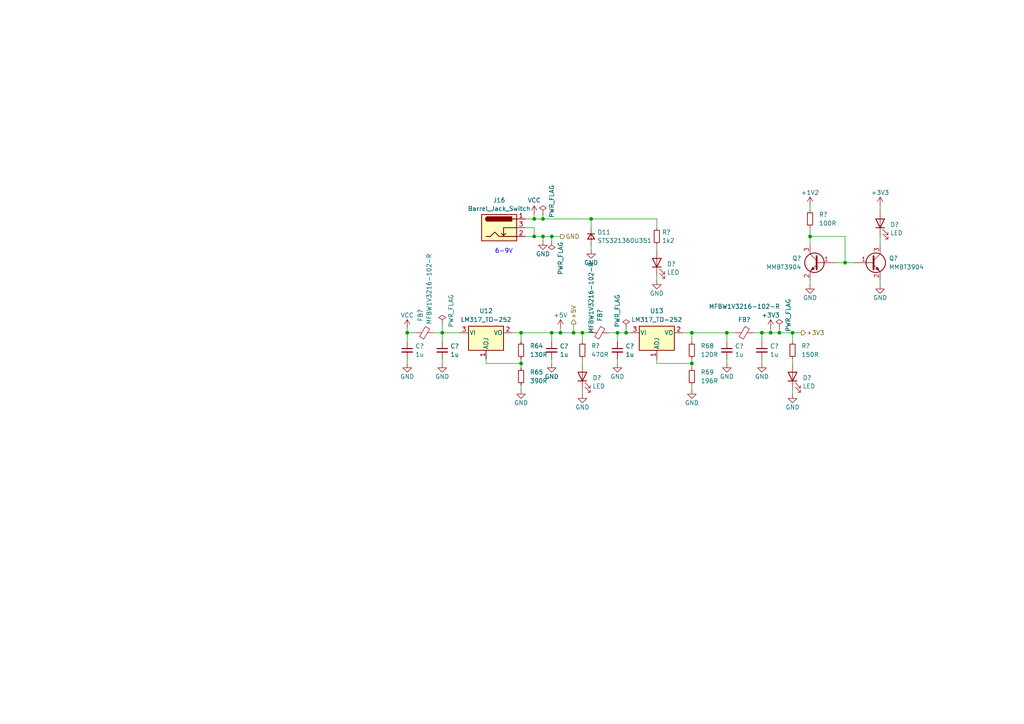
<source format=kicad_sch>
(kicad_sch (version 20230121) (generator eeschema)
  (paper "A4")
  (lib_symbols
    (symbol "Connector:Barrel_Jack_Switch" (pin_names hide)
      (property "Reference" "J" (at 0 5.334 0))
      (property "Value" "Barrel_Jack_Switch" (at 0 -5.08 0))
      (symbol "Barrel_Jack_Switch_0_1"
        (rectangle (start -5.08 3.81) (end 5.08 -3.81) (stroke (width 0.254)) (fill (type background)))
        (arc (start -3.302 3.175) (mid -3.9343 2.54) (end -3.302 1.905) (stroke (width 0.254)))
        (arc (start -3.302 3.175) (mid -3.9343 2.54) (end -3.302 1.905) (stroke (width 0.254)) (fill (type outline)))
        (polyline (pts (xy 1.27 -2.286) (xy 1.905 -1.651)) (stroke (width 0.254)))
        (polyline (pts (xy 5.08 2.54) (xy 3.81 2.54)) (stroke (width 0.254)))
        (polyline (pts (xy 5.08 0) (xy 1.27 0) (xy 1.27 -2.286) (xy 0.635 -1.651)) (stroke (width 0.254)))
        (polyline (pts (xy -3.81 -2.54) (xy -2.54 -2.54) (xy -1.27 -1.27) (xy 0 -2.54) (xy 2.54 -2.54) (xy 5.08 -2.54)) (stroke (width 0.254)))
        (rectangle (start 3.683 3.175) (end -3.302 1.905) (stroke (width 0.254)) (fill (type outline)))
      )
      (symbol "Barrel_Jack_Switch_1_1"
        (pin passive line (at 7.62 2.54 180) (length 2.54) (name "~") (number "1"))
        (pin passive line (at 7.62 -2.54 180) (length 2.54) (name "~") (number "2"))
        (pin passive line (at 7.62 0 180) (length 2.54) (name "~") (number "3"))
      )
    )
    (symbol "Device:C_Small" (pin_numbers hide) (pin_names (offset 0.254) hide)
      (property "Reference" "C" (at 0.254 1.778 0))
      (property "Value" "C_Small" (at 0.254 -2.032 0))
      (symbol "C_Small_0_1"
        (polyline (pts (xy -1.524 -0.508) (xy 1.524 -0.508)) (stroke (width 0.3302)))
        (polyline (pts (xy -1.524 0.508) (xy 1.524 0.508)) (stroke (width 0.3048)))
      )
      (symbol "C_Small_1_1"
        (pin passive line (at 0 2.54 270) (length 2.032) (name "~") (number "1"))
        (pin passive line (at 0 -2.54 90) (length 2.032) (name "~") (number "2"))
      )
    )
    (symbol "Device:D_Small" (pin_numbers hide) (pin_names (offset 0.254) hide)
      (property "Reference" "D" (at -1.27 2.032 0))
      (property "Value" "D_Small" (at -3.81 -2.032 0))
      (symbol "D_Small_0_1"
        (polyline (pts (xy -0.762 -1.016) (xy -0.762 1.016)) (stroke (width 0.254)))
        (polyline (pts (xy -0.762 0) (xy 0.762 0)))
        (polyline (pts (xy 0.762 -1.016) (xy -0.762 0) (xy 0.762 1.016) (xy 0.762 -1.016)) (stroke (width 0.254)))
      )
      (symbol "D_Small_1_1"
        (pin passive line (at -2.54 0 0) (length 1.778) (name "K") (number "1"))
        (pin passive line (at 2.54 0 180) (length 1.778) (name "A") (number "2"))
      )
    )
    (symbol "Device:FerriteBead_Small" (pin_numbers hide) (pin_names (offset 0))
      (property "Reference" "FB" (at 1.905 1.27 0))
      (property "Value" "FerriteBead_Small" (at 1.905 -1.27 0))
      (symbol "FerriteBead_Small_0_1"
        (polyline (pts (xy 0 -1.27) (xy 0 -0.7874)))
        (polyline (pts (xy 0 0.889) (xy 0 1.2954)))
        (polyline (pts (xy -1.8288 0.2794) (xy -1.1176 1.4986) (xy 1.8288 -0.2032) (xy 1.1176 -1.4224) (xy -1.8288 0.2794)))
      )
      (symbol "FerriteBead_Small_1_1"
        (pin passive line (at 0 2.54 270) (length 1.27) (name "~") (number "1"))
        (pin passive line (at 0 -2.54 90) (length 1.27) (name "~") (number "2"))
      )
    )
    (symbol "Device:LED" (pin_numbers hide) (pin_names (offset 1.016) hide)
      (property "Reference" "D" (at 0 2.54 0))
      (property "Value" "LED" (at 0 -2.54 0))
      (symbol "LED_0_1"
        (polyline (pts (xy -1.27 -1.27) (xy -1.27 1.27)) (stroke (width 0.254)))
        (polyline (pts (xy -1.27 0) (xy 1.27 0)))
        (polyline (pts (xy 1.27 -1.27) (xy 1.27 1.27) (xy -1.27 0) (xy 1.27 -1.27)) (stroke (width 0.254)))
        (polyline (pts (xy -3.048 -0.762) (xy -4.572 -2.286) (xy -3.81 -2.286) (xy -4.572 -2.286) (xy -4.572 -1.524)))
        (polyline (pts (xy -1.778 -0.762) (xy -3.302 -2.286) (xy -2.54 -2.286) (xy -3.302 -2.286) (xy -3.302 -1.524)))
      )
      (symbol "LED_1_1"
        (pin passive line (at -3.81 0 0) (length 2.54) (name "K") (number "1"))
        (pin passive line (at 3.81 0 180) (length 2.54) (name "A") (number "2"))
      )
    )
    (symbol "Device:R_Small" (pin_numbers hide) (pin_names (offset 0.254) hide)
      (property "Reference" "R" (at 0.762 0.508 0))
      (property "Value" "R_Small" (at 0.762 -1.016 0))
      (symbol "R_Small_0_1"
        (rectangle (start -0.762 1.778) (end 0.762 -1.778) (stroke (width 0.2032)))
      )
      (symbol "R_Small_1_1"
        (pin passive line (at 0 2.54 270) (length 0.762) (name "~") (number "1"))
        (pin passive line (at 0 -2.54 90) (length 0.762) (name "~") (number "2"))
      )
    )
    (symbol "Regulator_Linear:LM317_TO-252" (pin_names (offset 0.254))
      (property "Reference" "U" (at -3.81 3.175 0))
      (property "Value" "LM317_TO-252" (at 0 3.175 0))
      (symbol "LM317_TO-252_0_1"
        (rectangle (start -5.08 1.905) (end 5.08 -5.08) (stroke (width 0.254)) (fill (type background)))
      )
      (symbol "LM317_TO-252_1_1"
        (pin input line (at 0 -7.62 90) (length 2.54) (name "ADJ") (number "1"))
        (pin power_out line (at 7.62 0 180) (length 2.54) (name "VO") (number "2"))
        (pin power_in line (at -7.62 0 0) (length 2.54) (name "VI") (number "3"))
      )
    )
    (symbol "Transistor_BJT:MMBT3904" (pin_names (offset 0) hide)
      (property "Reference" "Q" (at 5.08 1.905 0))
      (property "Value" "MMBT3904" (at 5.08 0 0))
      (symbol "MMBT3904_0_1"
        (polyline (pts (xy 0.635 0.635) (xy 2.54 2.54)))
        (polyline (pts (xy 0.635 -0.635) (xy 2.54 -2.54) (xy 2.54 -2.54)))
        (polyline (pts (xy 0.635 1.905) (xy 0.635 -1.905) (xy 0.635 -1.905)) (stroke (width 0.508)))
        (polyline (pts (xy 1.27 -1.778) (xy 1.778 -1.27) (xy 2.286 -2.286) (xy 1.27 -1.778) (xy 1.27 -1.778)) (fill (type outline)))
        (circle (center 1.27 0) (radius 2.8194) (stroke (width 0.254)))
      )
      (symbol "MMBT3904_1_1"
        (pin input line (at -5.08 0 0) (length 5.715) (name "B") (number "1"))
        (pin passive line (at 2.54 -5.08 90) (length 2.54) (name "E") (number "2"))
        (pin passive line (at 2.54 5.08 270) (length 2.54) (name "C") (number "3"))
      )
    )
    (symbol "power:+1V2" (power) (pin_names (offset 0))
      (property "Value" "+1V2" (at 0 3.556 0))
      (symbol "+1V2_0_1"
        (polyline (pts (xy -0.762 1.27) (xy 0 2.54)))
        (polyline (pts (xy 0 0) (xy 0 2.54)))
        (polyline (pts (xy 0 2.54) (xy 0.762 1.27)))
      )
      (symbol "+1V2_1_1"
        (pin power_in line (at 0 0 90) (length 0) hide (name "+1V2") (number "1"))
      )
    )
    (symbol "power:+3V3" (power) (pin_names (offset 0))
      (property "Value" "+3V3" (at 0 3.556 0))
      (symbol "+3V3_0_1"
        (polyline (pts (xy -0.762 1.27) (xy 0 2.54)))
        (polyline (pts (xy 0 0) (xy 0 2.54)))
        (polyline (pts (xy 0 2.54) (xy 0.762 1.27)))
      )
      (symbol "+3V3_1_1"
        (pin power_in line (at 0 0 90) (length 0) hide (name "+3V3") (number "1"))
      )
    )
    (symbol "power:+5V" (power) (pin_names (offset 0))
      (property "Value" "+5V" (at 0 3.556 0))
      (symbol "+5V_0_1"
        (polyline (pts (xy -0.762 1.27) (xy 0 2.54)))
        (polyline (pts (xy 0 0) (xy 0 2.54)))
        (polyline (pts (xy 0 2.54) (xy 0.762 1.27)))
      )
      (symbol "+5V_1_1"
        (pin power_in line (at 0 0 90) (length 0) hide (name "+5V") (number "1"))
      )
    )
    (symbol "power:GND" (power) (pin_names (offset 0))
      (property "Value" "GND" (at 0 -3.81 0))
      (symbol "GND_0_1"
        (polyline (pts (xy 0 0) (xy 0 -1.27) (xy 1.27 -1.27) (xy 0 -2.54) (xy -1.27 -1.27) (xy 0 -1.27)))
      )
      (symbol "GND_1_1"
        (pin power_in line (at 0 0 270) (length 0) hide (name "GND") (number "1"))
      )
    )
    (symbol "power:PWR_FLAG" (power) (pin_numbers hide) (pin_names (offset 0) hide)
      (property "Value" "PWR_FLAG" (at 0 3.81 0))
      (symbol "PWR_FLAG_0_0"
        (pin power_out line (at 0 0 90) (length 0) (name "pwr") (number "1"))
      )
      (symbol "PWR_FLAG_0_1"
        (polyline (pts (xy 0 0) (xy 0 1.27) (xy -1.016 1.905) (xy 0 2.54) (xy 1.016 1.905) (xy 0 1.27)))
      )
    )
    (symbol "power:VCC" (power) (pin_names (offset 0))
      (property "Value" "VCC" (at 0 3.81 0))
      (symbol "VCC_0_1"
        (polyline (pts (xy -0.762 1.27) (xy 0 2.54)))
        (polyline (pts (xy 0 0) (xy 0 2.54)))
        (polyline (pts (xy 0 2.54) (xy 0.762 1.27)))
      )
      (symbol "VCC_1_1"
        (pin power_in line (at 0 0 90) (length 0) hide (name "VCC") (number "1"))
      )
    )
  )
  (junction (at 151.13 105.41))
  (junction (at 157.48 68.58))
  (junction (at 234.95 68.58))
  (junction (at 223.52 96.52))
  (junction (at 200.66 105.41))
  (junction (at 168.91 96.52))
  (junction (at 200.66 96.52))
  (junction (at 151.13 96.52))
  (junction (at 154.94 63.5))
  (junction (at 118.11 96.52))
  (junction (at 166.37 96.52))
  (junction (at 210.82 96.52))
  (junction (at 181.61 96.52))
  (junction (at 226.06 96.52))
  (junction (at 157.48 63.5))
  (junction (at 179.07 96.52))
  (junction (at 171.45 63.5))
  (junction (at 229.87 96.52))
  (junction (at 160.02 96.52))
  (junction (at 162.56 96.52))
  (junction (at 154.94 68.58))
  (junction (at 220.98 96.52))
  (junction (at 245.11 76.2))
  (junction (at 160.02 68.58))
  (junction (at 128.27 96.52))
  (wire (pts (xy 200.66 104.14) (xy 200.66 105.41)))
  (wire (pts (xy 162.56 95.25) (xy 162.56 96.52)))
  (wire (pts (xy 151.13 111.76) (xy 151.13 113.03)))
  (wire (pts (xy 200.66 111.76) (xy 200.66 113.03)))
  (wire (pts (xy 151.13 105.41) (xy 151.13 106.68)))
  (wire (pts (xy 140.97 105.41) (xy 151.13 105.41)))
  (wire (pts (xy 234.95 81.28) (xy 234.95 82.55)))
  (wire (pts (xy 198.12 96.52) (xy 200.66 96.52)))
  (wire (pts (xy 223.52 96.52) (xy 226.06 96.52)))
  (wire (pts (xy 151.13 104.14) (xy 151.13 105.41)))
  (wire (pts (xy 229.87 96.52) (xy 232.41 96.52)))
  (wire (pts (xy 181.61 95.25) (xy 181.61 96.52)))
  (wire (pts (xy 179.07 99.06) (xy 179.07 96.52)))
  (wire (pts (xy 151.13 99.06) (xy 151.13 96.52)))
  (wire (pts (xy 234.95 66.04) (xy 234.95 68.58)))
  (wire (pts (xy 140.97 105.41) (xy 140.97 104.14)))
  (wire (pts (xy 218.44 96.52) (xy 220.98 96.52)))
  (wire (pts (xy 157.48 68.58) (xy 157.48 69.85)))
  (wire (pts (xy 151.13 96.52) (xy 160.02 96.52)))
  (wire (pts (xy 154.94 63.5) (xy 154.94 62.23)))
  (wire (pts (xy 160.02 104.14) (xy 160.02 105.41)))
  (wire (pts (xy 171.45 63.5) (xy 190.5 63.5)))
  (wire (pts (xy 200.66 96.52) (xy 210.82 96.52)))
  (wire (pts (xy 179.07 96.52) (xy 181.61 96.52)))
  (wire (pts (xy 171.45 96.52) (xy 168.91 96.52)))
  (wire (pts (xy 160.02 96.52) (xy 160.02 99.06)))
  (wire (pts (xy 245.11 68.58) (xy 234.95 68.58)))
  (wire (pts (xy 226.06 96.52) (xy 229.87 96.52)))
  (wire (pts (xy 154.94 68.58) (xy 157.48 68.58)))
  (wire (pts (xy 200.66 99.06) (xy 200.66 96.52)))
  (wire (pts (xy 234.95 59.69) (xy 234.95 60.96)))
  (wire (pts (xy 210.82 104.14) (xy 210.82 105.41)))
  (wire (pts (xy 118.11 96.52) (xy 118.11 99.06)))
  (wire (pts (xy 154.94 63.5) (xy 157.48 63.5)))
  (wire (pts (xy 154.94 66.04) (xy 154.94 68.58)))
  (wire (pts (xy 168.91 96.52) (xy 166.37 96.52)))
  (wire (pts (xy 255.27 81.28) (xy 255.27 82.55)))
  (wire (pts (xy 152.4 63.5) (xy 154.94 63.5)))
  (wire (pts (xy 200.66 105.41) (xy 200.66 106.68)))
  (wire (pts (xy 226.06 95.25) (xy 226.06 96.52)))
  (wire (pts (xy 118.11 104.14) (xy 118.11 105.41)))
  (wire (pts (xy 229.87 113.03) (xy 229.87 114.3)))
  (wire (pts (xy 190.5 105.41) (xy 190.5 104.14)))
  (wire (pts (xy 160.02 96.52) (xy 162.56 96.52)))
  (wire (pts (xy 220.98 99.06) (xy 220.98 96.52)))
  (wire (pts (xy 242.57 76.2) (xy 245.11 76.2)))
  (wire (pts (xy 255.27 68.58) (xy 255.27 71.12)))
  (wire (pts (xy 245.11 76.2) (xy 245.11 68.58)))
  (wire (pts (xy 128.27 99.06) (xy 128.27 96.52)))
  (wire (pts (xy 220.98 96.52) (xy 223.52 96.52)))
  (wire (pts (xy 125.73 96.52) (xy 128.27 96.52)))
  (wire (pts (xy 190.5 80.01) (xy 190.5 81.28)))
  (wire (pts (xy 190.5 105.41) (xy 200.66 105.41)))
  (wire (pts (xy 220.98 105.41) (xy 220.98 104.14)))
  (wire (pts (xy 179.07 105.41) (xy 179.07 104.14)))
  (wire (pts (xy 234.95 68.58) (xy 234.95 71.12)))
  (wire (pts (xy 162.56 96.52) (xy 166.37 96.52)))
  (wire (pts (xy 245.11 76.2) (xy 247.65 76.2)))
  (wire (pts (xy 210.82 96.52) (xy 210.82 99.06)))
  (wire (pts (xy 157.48 63.5) (xy 171.45 63.5)))
  (wire (pts (xy 148.59 96.52) (xy 151.13 96.52)))
  (wire (pts (xy 160.02 68.58) (xy 162.56 68.58)))
  (wire (pts (xy 152.4 66.04) (xy 154.94 66.04)))
  (wire (pts (xy 166.37 93.98) (xy 166.37 96.52)))
  (wire (pts (xy 157.48 68.58) (xy 160.02 68.58)))
  (wire (pts (xy 118.11 96.52) (xy 120.65 96.52)))
  (wire (pts (xy 168.91 113.03) (xy 168.91 114.3)))
  (wire (pts (xy 128.27 93.98) (xy 128.27 96.52)))
  (wire (pts (xy 168.91 96.52) (xy 168.91 99.06)))
  (wire (pts (xy 190.5 66.04) (xy 190.5 63.5)))
  (wire (pts (xy 171.45 66.04) (xy 171.45 63.5)))
  (wire (pts (xy 229.87 104.14) (xy 229.87 105.41)))
  (wire (pts (xy 176.53 96.52) (xy 179.07 96.52)))
  (wire (pts (xy 229.87 96.52) (xy 229.87 99.06)))
  (wire (pts (xy 255.27 59.69) (xy 255.27 60.96)))
  (wire (pts (xy 168.91 104.14) (xy 168.91 105.41)))
  (wire (pts (xy 160.02 68.58) (xy 160.02 69.85)))
  (wire (pts (xy 223.52 95.25) (xy 223.52 96.52)))
  (wire (pts (xy 157.48 62.23) (xy 157.48 63.5)))
  (wire (pts (xy 210.82 96.52) (xy 213.36 96.52)))
  (wire (pts (xy 181.61 96.52) (xy 182.88 96.52)))
  (wire (pts (xy 171.45 71.12) (xy 171.45 72.39)))
  (wire (pts (xy 128.27 96.52) (xy 133.35 96.52)))
  (wire (pts (xy 152.4 68.58) (xy 154.94 68.58)))
  (wire (pts (xy 118.11 95.25) (xy 118.11 96.52)))
  (wire (pts (xy 190.5 71.12) (xy 190.5 72.39)))
  (wire (pts (xy 128.27 105.41) (xy 128.27 104.14)))
  (text "6-9V" (at 143.51 73.66 0) (effects (font (size 1.27 1.27)) (justify left bottom)))
  (hierarchical_label "+5V" (shape output) (at 166.37 93.98 90))
  (hierarchical_label "GND" (shape output) (at 162.56 68.58 0))
  (hierarchical_label "+3V3" (shape output) (at 232.41 96.52 0))
  (symbol (lib_id "power:GND") (at 200.66 113.03 0) (unit 1)
    (property "Reference" "#PWR?" (effects hide))
    (property "Value" "GND" (at 200.66 116.84 0))
    (instances (project "SmallDSPMainBoard" (path "" (reference "#PWR?") (unit 1)) (path "" (reference "#PWR0171") (unit 1))))
  )
  (symbol (lib_id "power:+5V") (at 162.56 95.25 0) (unit 1)
    (property "Reference" "#PWR?" (effects hide))
    (property "Value" "+5V" (at 162.56 91.44 0))
    (instances (project "SmallDSPMainBoard" (path "" (reference "#PWR?") (unit 1)) (path "" (reference "#PWR0166") (unit 1))))
  )
  (symbol (lib_id "power:GND") (at 168.91 114.3 0) (unit 1)
    (property "Reference" "#PWR?" (effects hide))
    (property "Value" "GND" (at 168.91 118.11 0))
    (instances (project "SmallDSPMainBoard" (path "" (reference "#PWR?") (unit 1)) (path "" (reference "#PWR0167") (unit 1))))
  )
  (symbol (lib_id "power:GND") (at 171.45 72.39 0) (unit 1)
    (property "Reference" "#PWR?" (effects hide))
    (property "Value" "GND" (at 171.45 76.2 0))
    (instances (project "SmallDSPMainBoard" (path "" (reference "#PWR?") (unit 1)) (path "" (reference "#PWR0168") (unit 1))))
  )
  (symbol (lib_id "power:PWR_FLAG") (at 157.48 62.23 0) (mirror y) (unit 1)
    (property "Reference" "#FLG?" (effects hide))
    (property "Value" "PWR_FLAG" (at 160.02 58.42 90))
    (instances (project "SmallDSPMainBoard" (path "" (reference "#FLG?") (unit 1)) (path "" (reference "#FLG04") (unit 1))))
  )
  (symbol (lib_id "power:PWR_FLAG") (at 160.02 69.85 0) (mirror x) (unit 1)
    (property "Reference" "#FLG?" (effects hide))
    (property "Value" "PWR_FLAG" (at 162.56 74.93 90))
    (instances (project "SmallDSPMainBoard" (path "" (reference "#FLG?") (unit 1)) (path "" (reference "#FLG05") (unit 1))))
  )
  (symbol (lib_id "Device:C_Small") (at 160.02 101.6 0) (unit 1)
    (property "Reference" "C?" (at 162.3441 100.3942 0) (effects (justify left)))
    (property "Value" "1u" (at 162.3441 102.8184 0) (effects (justify left)))
    (property "Footprint" "Capacitor_SMD:C_0805_2012Metric" (effects hide))
    (property "Dielectric" "X7R" (effects hide))
    (property "Rated Voltage" "50V" (effects hide))
    (property "Assembling" "X" (effects hide))
    (property "JLC Part Number" "C28323" (effects hide))
    (property "Manufacturer" "Samsung Electro-Mechanics" (effects hide))
    (property "Part Number" "CL21B105KBFNNNE" (effects hide))
    (instances (project "SmallDSPMainBoard" (path "" (reference "C?") (unit 1)) (path "" (reference "C55") (unit 1))))
  )
  (symbol (lib_id "Connector:Barrel_Jack_Switch") (at 144.78 66.04 0) (unit 1)
    (property "Reference" "J16" (at 144.78 58.0857 0))
    (property "Value" "Barrel_Jack_Switch" (at 144.78 60.5099 0))
    (property "Footprint" "1_Project_Footprints:BarrelJack_CUI_PJ-079BH_Horizontal" (effects hide))
    (property "Manufacturer" "CUI Devices" (effects hide))
    (property "Part Number" "PJ-079BH" (effects hide))
  )
  (symbol (lib_id "Device:R_Small") (at 190.5 68.58 0) (unit 1)
    (property "Reference" "R?" (at 191.9986 67.3679 0) (effects (justify left)))
    (property "Value" "1k2" (at 191.9986 69.7921 0) (effects (justify left)))
    (property "Footprint" "Resistor_SMD:R_0402_1005Metric" (effects hide))
    (property "Assembling" "X" (effects hide))
    (property "JLC Part Number" "C25862" (effects hide))
    (property "Manufacturer" "UNI-ROYAL(Uniroyal Elec)" (effects hide))
    (property "Part Number" "0402WGF1201TCE" (effects hide))
    (property "Rated Power" "62.5mW" (effects hide))
    (instances (project "SmallDSPMainBoard" (path "" (reference "R?") (unit 1)) (path "" (reference "R67") (unit 1))))
  )
  (symbol (lib_id "power:GND") (at 160.02 105.41 0) (unit 1)
    (property "Reference" "#PWR?" (effects hide))
    (property "Value" "GND" (at 160.02 109.22 0))
    (instances (project "SmallDSPMainBoard" (path "" (reference "#PWR?") (unit 1)) (path "" (reference "#PWR0165") (unit 1))))
  )
  (symbol (lib_id "Device:LED") (at 255.27 64.77 90) (unit 1)
    (property "Reference" "D?" (at 258.191 65.1454 90) (effects (justify right)))
    (property "Value" "LED" (at 258.191 67.5696 90) (effects (justify right)))
    (property "Footprint" "LED_SMD:LED_0603_1608Metric" (effects hide))
    (property "Assembling" "X" (effects hide))
    (property "JLC Part Number" "C72041" (effects hide))
    (property "Manufacturer" "Everlight Elec" (effects hide))
    (property "Part Number" "19-217/BHC-ZL1M2RY/3T" (effects hide))
    (instances (project "SmallDSPMainBoard" (path "" (reference "D?") (unit 1)) (path "" (reference "D14") (unit 1))))
  )
  (symbol (lib_id "power:PWR_FLAG") (at 226.06 95.25 0) (mirror y) (unit 1)
    (property "Reference" "#FLG?" (effects hide))
    (property "Value" "PWR_FLAG" (at 228.6 91.44 90))
    (instances (project "SmallDSPMainBoard" (path "" (reference "#FLG?") (unit 1)) (path "" (reference "#FLG07") (unit 1))))
  )
  (symbol (lib_id "power:VCC") (at 118.11 95.25 0) (unit 1)
    (property "Reference" "#PWR?" (effects hide))
    (property "Value" "VCC" (at 118.11 91.44 0))
    (instances (project "SmallDSPMainBoard" (path "" (reference "#PWR?") (unit 1)) (path "" (reference "#PWR0159") (unit 1))))
  )
  (symbol (lib_id "power:PWR_FLAG") (at 128.27 93.98 0) (mirror y) (unit 1)
    (property "Reference" "#FLG?" (effects hide))
    (property "Value" "PWR_FLAG" (at 130.81 90.17 90))
    (instances (project "SmallDSPMainBoard" (path "" (reference "#FLG?") (unit 1)) (path "" (reference "#FLG03") (unit 1))))
  )
  (symbol (lib_id "power:VCC") (at 154.94 62.23 0) (unit 1)
    (property "Reference" "#PWR?" (effects hide))
    (property "Value" "VCC" (at 154.94 58.0969 0))
    (instances (project "SmallDSPMainBoard" (path "" (reference "#PWR?") (unit 1)) (path "" (reference "#PWR0163") (unit 1))))
  )
  (symbol (lib_id "Device:LED") (at 190.5 76.2 90) (unit 1)
    (property "Reference" "D?" (at 193.421 76.5754 90) (effects (justify right)))
    (property "Value" "LED" (at 193.421 78.9996 90) (effects (justify right)))
    (property "Footprint" "LED_SMD:LED_0603_1608Metric" (effects hide))
    (property "Assembling" "X" (effects hide))
    (property "JLC Part Number" "C72041" (effects hide))
    (property "Manufacturer" "Everlight Elec" (effects hide))
    (property "Part Number" "19-217/BHC-ZL1M2RY/3T" (effects hide))
    (instances (project "SmallDSPMainBoard" (path "" (reference "D?") (unit 1)) (path "" (reference "D12") (unit 1))))
  )
  (symbol (lib_id "power:GND") (at 179.07 105.41 0) (unit 1)
    (property "Reference" "#PWR?" (effects hide))
    (property "Value" "GND" (at 179.07 109.22 0))
    (instances (project "SmallDSPMainBoard" (path "" (reference "#PWR?") (unit 1)) (path "" (reference "#PWR0169") (unit 1))))
  )
  (symbol (lib_id "power:GND") (at 210.82 105.41 0) (unit 1)
    (property "Reference" "#PWR?" (effects hide))
    (property "Value" "GND" (at 210.82 109.22 0))
    (instances (project "SmallDSPMainBoard" (path "" (reference "#PWR?") (unit 1)) (path "" (reference "#PWR0172") (unit 1))))
  )
  (symbol (lib_id "Transistor_BJT:MMBT3904") (at 252.73 76.2 0) (unit 1)
    (property "Reference" "Q?" (at 257.81 74.9299 0) (effects (justify left)))
    (property "Value" "MMBT3904" (at 257.81 77.4699 0) (effects (justify left)))
    (property "Footprint" "Package_TO_SOT_SMD:SOT-23" (effects hide))
    (property "Assembling" "X" (effects hide))
    (property "JLC Part Number" "C20526" (effects hide))
    (property "Manufacturer" "Jiangsu Changjing Electronics Technology Co., Ltd." (effects hide))
    (property "Part Number" "MMBT3904" (effects hide))
    (instances (project "SmallDSPMainBoard" (path "" (reference "Q?") (unit 1)) (path "" (reference "Q3") (unit 1))))
  )
  (symbol (lib_id "power:+1V2") (at 234.95 59.69 0) (unit 1)
    (property "Reference" "#PWR?" (effects hide))
    (property "Value" "+1V2" (at 234.95 55.88 0))
    (instances (project "SmallDSPMainBoard" (path "" (reference "#PWR?") (unit 1)) (path "" (reference "#PWR0176") (unit 1))))
  )
  (symbol (lib_id "Device:R_Small") (at 200.66 101.6 0) (unit 1)
    (property "Reference" "R68" (at 203.2 100.3299 0) (effects (justify left)))
    (property "Value" "120R" (at 203.2 102.8699 0) (effects (justify left)))
    (property "Footprint" "Resistor_SMD:R_0402_1005Metric" (effects hide))
    (property "Assembling" "X" (effects hide))
    (property "JLC Part Number" "C25079" (effects hide))
    (property "Manufacturer" "UNI-ROYAL(Uniroyal Elec)" (effects hide))
    (property "Part Number" "0402WGF1200TCE" (effects hide))
    (property "Rated Power" "62.5mW" (effects hide))
  )
  (symbol (lib_id "power:GND") (at 234.95 82.55 0) (unit 1)
    (property "Reference" "#PWR?" (effects hide))
    (property "Value" "GND" (at 234.95 86.36 0))
    (instances (project "SmallDSPMainBoard" (path "" (reference "#PWR?") (unit 1)) (path "" (reference "#PWR0177") (unit 1))))
  )
  (symbol (lib_id "Device:FerriteBead_Small") (at 173.99 96.52 90) (unit 1)
    (property "Reference" "FB?" (at 173.99 91.44 0))
    (property "Value" "MFBW1V3216-102-R" (at 171.45 86.36 0))
    (property "Footprint" "Resistor_SMD:R_0603_1608Metric_Pad0.98x0.95mm_HandSolder" (effects hide))
    (property "Manufacturer" "Pulse Electronics" (effects hide))
    (property "Part Number" "BBPY00201209601Y00" (effects hide))
    (instances (project "SmallDSPMainBoard" (path "" (reference "FB?") (unit 1)) (path "" (reference "FB2") (unit 1))))
  )
  (symbol (lib_id "power:+3V3") (at 223.52 95.25 0) (unit 1)
    (property "Reference" "#PWR?" (effects hide))
    (property "Value" "+3V3" (at 223.52 91.44 0))
    (instances (project "SmallDSPMainBoard" (path "" (reference "#PWR?") (unit 1)) (path "" (reference "#PWR0174") (unit 1))))
  )
  (symbol (lib_id "Device:R_Small") (at 151.13 109.22 0) (unit 1)
    (property "Reference" "R65" (at 153.67 107.9499 0) (effects (justify left)))
    (property "Value" "390R" (at 153.67 110.4899 0) (effects (justify left)))
    (property "Footprint" "Resistor_SMD:R_0603_1608Metric" (effects hide))
    (property "Assembling" "X" (effects hide))
    (property "JLC Part Number" "C23151" (effects hide))
    (property "Manufacturer" "UNI-ROYAL(Uniroyal Elec)" (effects hide))
    (property "Part Number" "0603WAF3900T5E" (effects hide))
    (property "Rated Power" "100mW" (effects hide))
  )
  (symbol (lib_id "power:GND") (at 118.11 105.41 0) (unit 1)
    (property "Reference" "#PWR?" (effects hide))
    (property "Value" "GND" (at 118.11 109.22 0))
    (instances (project "SmallDSPMainBoard" (path "" (reference "#PWR?") (unit 1)) (path "" (reference "#PWR0160") (unit 1))))
  )
  (symbol (lib_id "Device:R_Small") (at 200.66 109.22 0) (unit 1)
    (property "Reference" "R69" (at 203.2 107.9499 0) (effects (justify left)))
    (property "Value" "196R" (at 203.2 110.4899 0) (effects (justify left)))
    (property "Footprint" "Resistor_SMD:R_0603_1608Metric_Pad0.98x0.95mm_HandSolder" (effects hide))
    (property "Manufacturer" "Bourns" (effects hide))
    (property "Part Number" "CR0603-FX-1960ELF" (effects hide))
    (property "Rated Power" "100mW" (effects hide))
  )
  (symbol (lib_id "power:GND") (at 157.48 69.85 0) (unit 1)
    (property "Reference" "#PWR?" (effects hide))
    (property "Value" "GND" (at 157.48 73.66 0))
    (instances (project "SmallDSPMainBoard" (path "" (reference "#PWR?") (unit 1)) (path "" (reference "#PWR0164") (unit 1))))
  )
  (symbol (lib_id "Regulator_Linear:LM317_TO-252") (at 190.5 96.52 0) (unit 1)
    (property "Reference" "U13" (at 190.5 90.17 0))
    (property "Value" "LM317_TO-252" (at 190.5 92.71 0))
    (property "Footprint" "Package_TO_SOT_SMD:TO-252-2" (effects hide))
    (property "Datasheet" "http://www.ti.com/lit/ds/snvs774n/snvs774n.pdf" (effects hide))
    (property "Assembling" "X" (effects hide))
    (property "JLC Part Number" "C75510" (effects hide))
    (property "Manufacturer" "UTC(Unisonic Tech) " (effects hide))
    (property "Part Number" "LM317AG-TN3-R " (effects hide))
  )
  (symbol (lib_id "power:GND") (at 220.98 105.41 0) (unit 1)
    (property "Reference" "#PWR?" (effects hide))
    (property "Value" "GND" (at 220.98 109.22 0))
    (instances (project "SmallDSPMainBoard" (path "" (reference "#PWR?") (unit 1)) (path "" (reference "#PWR0173") (unit 1))))
  )
  (symbol (lib_id "Device:LED") (at 229.87 109.22 90) (unit 1)
    (property "Reference" "D?" (at 232.791 109.5954 90) (effects (justify right)))
    (property "Value" "LED" (at 232.791 112.0196 90) (effects (justify right)))
    (property "Footprint" "LED_SMD:LED_0603_1608Metric" (effects hide))
    (property "Assembling" "X" (effects hide))
    (property "JLC Part Number" "C72041" (effects hide))
    (property "Manufacturer" "Everlight Elec" (effects hide))
    (property "Part Number" "19-217/BHC-ZL1M2RY/3T" (effects hide))
    (instances (project "SmallDSPMainBoard" (path "" (reference "D?") (unit 1)) (path "" (reference "D13") (unit 1))))
  )
  (symbol (lib_id "Device:D_Small") (at 171.45 68.58 270) (unit 1)
    (property "Reference" "D11" (at 173.228 67.3679 90) (effects (justify left)))
    (property "Value" "STS321360U351" (at 173.228 69.7921 90) (effects (justify left)))
    (property "Footprint" "Diode_SMD:D_SOD-323_HandSoldering" (effects hide))
    (property "Manufacturer" "Bussmann / Eaton" (effects hide))
    (property "Part Number" "STS321360U351" (effects hide))
  )
  (symbol (lib_id "power:GND") (at 229.87 114.3 0) (unit 1)
    (property "Reference" "#PWR?" (effects hide))
    (property "Value" "GND" (at 229.87 118.11 0))
    (instances (project "SmallDSPMainBoard" (path "" (reference "#PWR?") (unit 1)) (path "" (reference "#PWR0175") (unit 1))))
  )
  (symbol (lib_id "Device:FerriteBead_Small") (at 123.19 96.52 90) (unit 1)
    (property "Reference" "FB?" (at 121.92 91.44 0))
    (property "Value" "MFBW1V3216-102-R" (at 124.46 83.82 0))
    (property "Footprint" "Resistor_SMD:R_0603_1608Metric_Pad0.98x0.95mm_HandSolder" (effects hide))
    (property "Manufacturer" "Pulse Electronics" (effects hide))
    (property "Part Number" "BBPY00201209601Y00" (effects hide))
    (instances (project "SmallDSPMainBoard" (path "" (reference "FB?") (unit 1)) (path "" (reference "FB1") (unit 1))))
  )
  (symbol (lib_id "power:PWR_FLAG") (at 181.61 95.25 0) (mirror y) (unit 1)
    (property "Reference" "#FLG?" (effects hide))
    (property "Value" "PWR_FLAG" (at 179.07 90.17 90))
    (instances (project "SmallDSPMainBoard" (path "" (reference "#FLG?") (unit 1)) (path "" (reference "#FLG06") (unit 1))))
  )
  (symbol (lib_id "Device:C_Small") (at 179.07 101.6 0) (unit 1)
    (property "Reference" "C?" (at 181.3941 100.3942 0) (effects (justify left)))
    (property "Value" "1u" (at 181.3941 102.8184 0) (effects (justify left)))
    (property "Footprint" "Capacitor_SMD:C_0805_2012Metric" (effects hide))
    (property "Dielectric" "X7R" (effects hide))
    (property "Rated Voltage" "50V" (effects hide))
    (property "Assembling" "X" (effects hide))
    (property "JLC Part Number" "C28323" (effects hide))
    (property "Manufacturer" "Samsung Electro-Mechanics" (effects hide))
    (property "Part Number" "CL21B105KBFNNNE" (effects hide))
    (instances (project "SmallDSPMainBoard" (path "" (reference "C?") (unit 1)) (path "" (reference "C56") (unit 1))))
  )
  (symbol (lib_id "Device:C_Small") (at 220.98 101.6 0) (unit 1)
    (property "Reference" "C?" (at 223.3041 100.3942 0) (effects (justify left)))
    (property "Value" "1u" (at 223.3041 102.8184 0) (effects (justify left)))
    (property "Footprint" "Capacitor_SMD:C_0805_2012Metric" (effects hide))
    (property "Dielectric" "X7R" (effects hide))
    (property "Rated Voltage" "50V" (effects hide))
    (property "Assembling" "X" (effects hide))
    (property "JLC Part Number" "C28323" (effects hide))
    (property "Manufacturer" "Samsung Electro-Mechanics" (effects hide))
    (property "Part Number" "CL21B105KBFNNNE" (effects hide))
    (instances (project "SmallDSPMainBoard" (path "" (reference "C?") (unit 1)) (path "" (reference "C58") (unit 1))))
  )
  (symbol (lib_id "Device:C_Small") (at 210.82 101.6 0) (unit 1)
    (property "Reference" "C?" (at 213.1441 100.3942 0) (effects (justify left)))
    (property "Value" "1u" (at 213.1441 102.8184 0) (effects (justify left)))
    (property "Footprint" "Capacitor_SMD:C_0805_2012Metric" (effects hide))
    (property "Dielectric" "X7R" (effects hide))
    (property "Rated Voltage" "50V" (effects hide))
    (property "Assembling" "X" (effects hide))
    (property "JLC Part Number" "C28323" (effects hide))
    (property "Manufacturer" "Samsung Electro-Mechanics" (effects hide))
    (property "Part Number" "CL21B105KBFNNNE" (effects hide))
    (instances (project "SmallDSPMainBoard" (path "" (reference "C?") (unit 1)) (path "" (reference "C57") (unit 1))))
  )
  (symbol (lib_id "power:GND") (at 190.5 81.28 0) (unit 1)
    (property "Reference" "#PWR?" (effects hide))
    (property "Value" "GND" (at 190.5 85.09 0))
    (instances (project "SmallDSPMainBoard" (path "" (reference "#PWR?") (unit 1)) (path "" (reference "#PWR0170") (unit 1))))
  )
  (symbol (lib_id "Device:R_Small") (at 151.13 101.6 0) (unit 1)
    (property "Reference" "R64" (at 153.67 100.3299 0) (effects (justify left)))
    (property "Value" "130R" (at 153.67 102.8699 0) (effects (justify left)))
    (property "Footprint" "Resistor_SMD:R_0603_1608Metric_Pad0.98x0.95mm_HandSolder" (effects hide))
    (property "Manufacturer" "Bourns" (effects hide))
    (property "Part Number" "CR0603-FX-1300ELF" (effects hide))
    (property "Rated Power" "100mW" (effects hide))
  )
  (symbol (lib_id "power:GND") (at 255.27 82.55 0) (unit 1)
    (property "Reference" "#PWR?" (effects hide))
    (property "Value" "GND" (at 255.27 86.36 0))
    (instances (project "SmallDSPMainBoard" (path "" (reference "#PWR?") (unit 1)) (path "" (reference "#PWR0179") (unit 1))))
  )
  (symbol (lib_id "Device:R_Small") (at 168.91 101.6 0) (unit 1)
    (property "Reference" "R?" (at 171.45 100.3299 0) (effects (justify left)))
    (property "Value" "470R" (at 171.45 102.8699 0) (effects (justify left)))
    (property "Footprint" "Resistor_SMD:R_0402_1005Metric" (effects hide))
    (property "Assembling" "X" (effects hide))
    (property "JLC Part Number" "C25117" (effects hide))
    (property "Manufacturer" "UNI-ROYAL(Uniroyal Elec)" (effects hide))
    (property "Part Number" "0402WGF4700TCE" (effects hide))
    (property "Rated Power" "62.5mW" (effects hide))
    (instances (project "SmallDSPMainBoard" (path "" (reference "R?") (unit 1)) (path "" (reference "R66") (unit 1))))
  )
  (symbol (lib_id "power:GND") (at 128.27 105.41 0) (unit 1)
    (property "Reference" "#PWR?" (effects hide))
    (property "Value" "GND" (at 128.27 109.22 0))
    (instances (project "SmallDSPMainBoard" (path "" (reference "#PWR?") (unit 1)) (path "" (reference "#PWR0161") (unit 1))))
  )
  (symbol (lib_id "Device:C_Small") (at 118.11 101.6 0) (unit 1)
    (property "Reference" "C?" (at 120.4341 100.3942 0) (effects (justify left)))
    (property "Value" "1u" (at 120.4341 102.8184 0) (effects (justify left)))
    (property "Footprint" "Capacitor_SMD:C_0805_2012Metric" (effects hide))
    (property "Dielectric" "X7R" (effects hide))
    (property "Rated Voltage" "50V" (effects hide))
    (property "Assembling" "X" (effects hide))
    (property "JLC Part Number" "C28323" (effects hide))
    (property "Manufacturer" "Samsung Electro-Mechanics" (effects hide))
    (property "Part Number" "CL21B105KBFNNNE" (effects hide))
    (instances (project "SmallDSPMainBoard" (path "" (reference "C?") (unit 1)) (path "" (reference "C53") (unit 1))))
  )
  (symbol (lib_id "Device:C_Small") (at 128.27 101.6 0) (unit 1)
    (property "Reference" "C?" (at 130.5941 100.3942 0) (effects (justify left)))
    (property "Value" "1u" (at 130.5941 102.8184 0) (effects (justify left)))
    (property "Footprint" "Capacitor_SMD:C_0805_2012Metric" (effects hide))
    (property "Dielectric" "X7R" (effects hide))
    (property "Rated Voltage" "50V" (effects hide))
    (property "Assembling" "X" (effects hide))
    (property "JLC Part Number" "C28323" (effects hide))
    (property "Manufacturer" "Samsung Electro-Mechanics" (effects hide))
    (property "Part Number" "CL21B105KBFNNNE" (effects hide))
    (instances (project "SmallDSPMainBoard" (path "" (reference "C?") (unit 1)) (path "" (reference "C54") (unit 1))))
  )
  (symbol (lib_id "Transistor_BJT:MMBT3904") (at 237.49 76.2 0) (mirror y) (unit 1)
    (property "Reference" "Q?" (at 232.41 74.93 0) (effects (justify left)))
    (property "Value" "MMBT3904" (at 232.41 77.47 0) (effects (justify left)))
    (property "Footprint" "Package_TO_SOT_SMD:SOT-23" (effects hide))
    (property "Assembling" "X" (effects hide))
    (property "JLC Part Number" "C20526" (effects hide))
    (property "Manufacturer" "Jiangsu Changjing Electronics Technology Co., Ltd." (effects hide))
    (property "Part Number" "MMBT3904" (effects hide))
    (instances (project "SmallDSPMainBoard" (path "" (reference "Q?") (unit 1)) (path "" (reference "Q2") (unit 1))))
  )
  (symbol (lib_id "power:GND") (at 151.13 113.03 0) (unit 1)
    (property "Reference" "#PWR?" (effects hide))
    (property "Value" "GND" (at 151.13 116.84 0))
    (instances (project "SmallDSPMainBoard" (path "" (reference "#PWR?") (unit 1)) (path "" (reference "#PWR0162") (unit 1))))
  )
  (symbol (lib_id "Device:R_Small") (at 229.87 101.6 0) (unit 1)
    (property "Reference" "R?" (at 232.41 100.3299 0) (effects (justify left)))
    (property "Value" "150R" (at 232.41 102.8699 0) (effects (justify left)))
    (property "Footprint" "Resistor_SMD:R_0402_1005Metric" (effects hide))
    (property "Assembling" "X" (effects hide))
    (property "JLC Part Number" "C25082" (effects hide))
    (property "Manufacturer" "UNI-ROYAL(Uniroyal Elec)" (effects hide))
    (property "Part Number" "0402WGF1500TCE" (effects hide))
    (property "Rated Power" "62.5mW" (effects hide))
    (instances (project "SmallDSPMainBoard" (path "" (reference "R?") (unit 1)) (path "" (reference "R70") (unit 1))))
  )
  (symbol (lib_id "Device:R_Small") (at 234.95 63.5 0) (unit 1)
    (property "Reference" "R?" (at 237.49 62.2299 0) (effects (justify left)))
    (property "Value" "100R" (at 237.49 64.7699 0) (effects (justify left)))
    (property "Footprint" "Resistor_SMD:R_0402_1005Metric" (effects hide))
    (property "Assembling" "X" (effects hide))
    (property "JLC Part Number" "C25076" (effects hide))
    (property "Manufacturer" "UNI-ROYAL(Uniroyal Elec)" (effects hide))
    (property "Part Number" "0402WGF1000TCE" (effects hide))
    (property "Rated Power" "62.5mW" (effects hide))
    (instances (project "SmallDSPMainBoard" (path "" (reference "R?") (unit 1)) (path "" (reference "R71") (unit 1))))
  )
  (symbol (lib_id "Device:LED") (at 168.91 109.22 90) (unit 1)
    (property "Reference" "D?" (at 171.831 109.5954 90) (effects (justify right)))
    (property "Value" "LED" (at 171.831 112.0196 90) (effects (justify right)))
    (property "Footprint" "LED_SMD:LED_0603_1608Metric" (effects hide))
    (property "Assembling" "X" (effects hide))
    (property "JLC Part Number" "C72041" (effects hide))
    (property "Manufacturer" "Everlight Elec" (effects hide))
    (property "Part Number" "19-217/BHC-ZL1M2RY/3T" (effects hide))
    (instances (project "SmallDSPMainBoard" (path "" (reference "D?") (unit 1)) (path "" (reference "D10") (unit 1))))
  )
  (symbol (lib_id "power:+3V3") (at 255.27 59.69 0) (unit 1)
    (property "Reference" "#PWR?" (effects hide))
    (property "Value" "+3V3" (at 255.27 55.88 0))
    (instances (project "SmallDSPMainBoard" (path "" (reference "#PWR?") (unit 1)) (path "" (reference "#PWR0178") (unit 1))))
  )
  (symbol (lib_id "Device:FerriteBead_Small") (at 215.9 96.52 90) (unit 1)
    (property "Reference" "FB?" (at 215.9 92.71 90))
    (property "Value" "MFBW1V3216-102-R" (at 215.9 88.9 90))
    (property "Footprint" "Resistor_SMD:R_0603_1608Metric_Pad0.98x0.95mm_HandSolder" (effects hide))
    (property "Manufacturer" "Pulse Electronics" (effects hide))
    (property "Part Number" "BBPY00201209601Y00" (effects hide))
    (instances (project "SmallDSPMainBoard" (path "" (reference "FB?") (unit 1)) (path "" (reference "FB3") (unit 1))))
  )
  (symbol (lib_id "Regulator_Linear:LM317_TO-252") (at 140.97 96.52 0) (unit 1)
    (property "Reference" "U12" (at 140.97 90.17 0))
    (property "Value" "LM317_TO-252" (at 140.97 92.71 0))
    (property "Footprint" "Package_TO_SOT_SMD:TO-252-2" (effects hide))
    (property "Datasheet" "http://www.ti.com/lit/ds/snvs774n/snvs774n.pdf" (effects hide))
    (property "Assembling" "X" (effects hide))
    (property "JLC Part Number" "C75510" (effects hide))
    (property "Manufacturer" "UTC(Unisonic Tech) " (effects hide))
    (property "Part Number" "LM317AG-TN3-R " (effects hide))
  )
)
</source>
